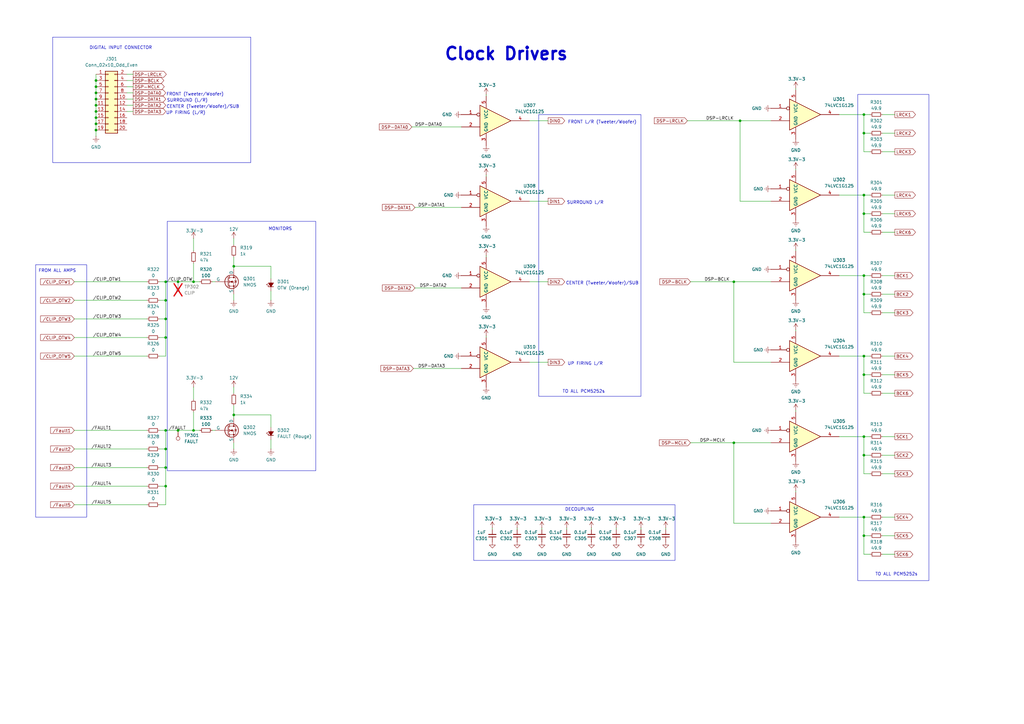
<source format=kicad_sch>
(kicad_sch (version 20250114) (generator "eeschema") (generator_version "9.0")
  (paper "A3")
  (title_block (title "Amplificateur Audio (Base Saine)") (date "2025-05-19") (rev "1.0") (company "NDG"))
  (lib_symbols
    (symbol "74xGxx:LVC1G125Ti"
      (property "Reference" "U" (at -10.16 7.62 0))
      (property "Value" "74LVC1G125" (at 2.54 -7.62 0))
      (symbol "LVC1G125Ti_1_1"
        (pin input inverted (at -15.24 2.54 0) (length 7.62) (name "~") (number "1"))
        (pin input line (at -15.24 -2.54 0) (length 7.62) (name "~") (number "2"))
        (pin power_in line (at -5.08 10.16 270) (length 5.08) (name "VCC") (number "5"))
        (pin power_in line (at -5.08 -10.16 90) (length 5.08) (name "GND") (number "3"))
        (pin tri_state line (at 12.7 0 180) (length 7.62) (name "~") (number "4"))
      )
    )
    (symbol "Connector:TestPoint" (pin_numbers (hide yes)) (pin_names (offset 0.762) (hide yes))
      (property "Reference" "TP" (at 0 6.858 0))
      (property "Value" "TestPoint" (at 0 5.08 0))
      (symbol "TestPoint_1_1"
        (pin passive line (at 0 0 90) (length 2.54) (name "1") (number "1"))
      )
    )
    (symbol "Connector_Generic:Conn_02x10_Odd_Even" (pin_names (offset 1.016) (hide yes))
      (property "Reference" "J" (at 1.27 12.7 0))
      (property "Value" "Conn_02x10_Odd_Even" (at 1.27 -15.24 0))
      (symbol "Conn_02x10_Odd_Even_1_1"
        (pin passive line (at -5.08 10.16 0) (length 3.81) (name "Pin_1") (number "1"))
        (pin passive line (at -5.08 7.62 0) (length 3.81) (name "Pin_3") (number "3"))
        (pin passive line (at -5.08 5.08 0) (length 3.81) (name "Pin_5") (number "5"))
        (pin passive line (at -5.08 2.54 0) (length 3.81) (name "Pin_7") (number "7"))
        (pin passive line (at -5.08 0 0) (length 3.81) (name "Pin_9") (number "9"))
        (pin passive line (at -5.08 -2.54 0) (length 3.81) (name "Pin_11") (number "11"))
        (pin passive line (at -5.08 -5.08 0) (length 3.81) (name "Pin_13") (number "13"))
        (pin passive line (at -5.08 -7.62 0) (length 3.81) (name "Pin_15") (number "15"))
        (pin passive line (at -5.08 -10.16 0) (length 3.81) (name "Pin_17") (number "17"))
        (pin passive line (at -5.08 -12.7 0) (length 3.81) (name "Pin_19") (number "19"))
        (pin passive line (at 7.62 10.16 180) (length 3.81) (name "Pin_2") (number "2"))
        (pin passive line (at 7.62 7.62 180) (length 3.81) (name "Pin_4") (number "4"))
        (pin passive line (at 7.62 5.08 180) (length 3.81) (name "Pin_6") (number "6"))
        (pin passive line (at 7.62 2.54 180) (length 3.81) (name "Pin_8") (number "8"))
        (pin passive line (at 7.62 0 180) (length 3.81) (name "Pin_10") (number "10"))
        (pin passive line (at 7.62 -2.54 180) (length 3.81) (name "Pin_12") (number "12"))
        (pin passive line (at 7.62 -5.08 180) (length 3.81) (name "Pin_14") (number "14"))
        (pin passive line (at 7.62 -7.62 180) (length 3.81) (name "Pin_16") (number "16"))
        (pin passive line (at 7.62 -10.16 180) (length 3.81) (name "Pin_18") (number "18"))
        (pin passive line (at 7.62 -12.7 180) (length 3.81) (name "Pin_20") (number "20"))
      )
    )
    (symbol "Device:C_Small" (pin_numbers (hide yes)) (pin_names (offset 0.254) (hide yes))
      (property "Reference" "C" (at 0.254 1.778 0))
      (property "Value" "C_Small" (at 0.254 -2.032 0))
      (symbol "C_Small_1_1"
        (pin passive line (at 0 2.54 270) (length 2.032) (name "~") (number "1"))
        (pin passive line (at 0 -2.54 90) (length 2.032) (name "~") (number "2"))
      )
    )
    (symbol "Device:LED_Small_Filled" (pin_numbers (hide yes)) (pin_names (offset 0.254) (hide yes))
      (property "Reference" "D" (at -1.27 3.175 0))
      (property "Value" "LED_Small_Filled" (at -4.445 -2.54 0))
      (symbol "LED_Small_Filled_1_1"
        (pin passive line (at -2.54 0 0) (length 1.778) (name "K") (number "1"))
        (pin passive line (at 2.54 0 180) (length 1.778) (name "A") (number "2"))
      )
    )
    (symbol "Device:R_Small" (pin_numbers (hide yes)) (pin_names (offset 0.254) (hide yes))
      (property "Reference" "R" (at 0.762 0.508 0))
      (property "Value" "R_Small" (at 0.762 -1.016 0))
      (symbol "R_Small_1_1"
        (pin passive line (at 0 2.54 270) (length 0.762) (name "~") (number "1"))
        (pin passive line (at 0 -2.54 90) (length 0.762) (name "~") (number "2"))
      )
    )
    (symbol "Simulation_SPICE:NMOS" (pin_numbers (hide yes)) (pin_names (offset 0))
      (property "Reference" "Q" (at 5.08 1.27 0))
      (property "Value" "NMOS" (at 5.08 -1.27 0))
      (symbol "NMOS_1_1"
        (pin input line (at -5.08 0 0) (length 2.54) (name "G") (number "2"))
        (pin passive line (at 2.54 5.08 270) (length 2.54) (name "D") (number "1"))
        (pin passive line (at 2.54 -5.08 90) (length 2.54) (name "S") (number "3"))
      )
    )
    (symbol "power:+12V" (power) (pin_numbers (hide yes)) (pin_names (offset 0) (hide yes))
      (property "Value" "+12V" (at 0 3.556 0))
      (symbol "+12V_1_1"
        (pin power_in line (at 0 0 90) (length 0) (name "~") (number "1"))
      )
    )
    (symbol "power:+3V3" (power) (pin_numbers (hide yes)) (pin_names (offset 0) (hide yes))
      (property "Value" "+3V3" (at 0 3.556 0))
      (symbol "+3V3_1_1"
        (pin power_in line (at 0 0 90) (length 0) (name "~") (number "1"))
      )
    )
    (symbol "power:Earth" (power) (pin_numbers (hide yes)) (pin_names (offset 0) (hide yes))
      (property "Value" "Earth" (at 0 -3.81 0))
      (symbol "Earth_1_1"
        (pin power_in line (at 0 0 270) (length 0) (name "~") (number "1"))
      )
    )
    (symbol "power:GND" (power) (pin_numbers (hide yes)) (pin_names (offset 0) (hide yes))
      (property "Value" "GND" (at 0 -3.81 0))
      (symbol "GND_1_1"
        (pin power_in line (at 0 0 270) (length 0) (name "~") (number "1"))
      )
    )
  )
  (rectangle (start 14.605 108.585) (end 35.56 212.09))
  (rectangle (start 21.59 15.24) (end 102.87 66.675))
  (rectangle (start 194.31 207.01) (end 276.86 229.87))
  (rectangle (start 68.58 90.805) (end 129.54 193.04))
  (rectangle (start 351.79 38.735) (end 381 238.125))
  (rectangle (start 220.98 46.99) (end 262.89 162.56))
  (text "FRONT (Tweeter/Woofer)" (at 80.01 38.735 0) (effects (font (size 1.27 1.27))))
  (text "FRONT L/R (Tweeter/Woofer)" (at 247.015 50.165 0) (effects (font (size 1.27 1.27))))
  (text "SURROUND (L/R)\n" (at 76.835 41.275 0) (effects (font (size 1.27 1.27))))
  (text "TO ALL PCM5252s\n" (at 239.395 160.655 0) (effects (font (size 1.27 1.27))))
  (text "Clock Drivers\n" (at 207.645 22.225 0) (effects (font (size 5 5) (thickness 1) (bold yes))))
  (text "MONITORS" (at 114.935 93.98 0) (effects (font (size 1.27 1.27))))
  (text "UP FIRING L/R\n" (at 240.03 149.225 0) (effects (font (size 1.27 1.27))))
  (text "CENTER (Tweeter/Woofer)/SUB\n" (at 83.185 43.815 0) (effects (font (size 1.27 1.27))))
  (text "TO ALL PCM5252s\n" (at 367.665 235.585 0) (effects (font (size 1.27 1.27))))
  (text "SURROUND L/R\n" (at 240.03 83.185 0) (effects (font (size 1.27 1.27))))
  (text "FROM ALL AMPS" (at 23.495 111.125 0) (effects (font (size 1.27 1.27))))
  (text "DIGITAL INPUT CONNECTOR\n" (at 49.53 19.685 0) (effects (font (size 1.27 1.27))))
  (text "CENTER (Tweeter/Woofer)/SUB\n" (at 247.015 116.205 0) (effects (font (size 1.27 1.27))))
  (text "UP FIRING (L/R)\n" (at 76.2 46.355 0) (effects (font (size 1.27 1.27))))
  (text "DECOUPLING\n" (at 237.744 209.042 0) (effects (font (size 1.27 1.27))))
  (junction (at 354.33 113.03))
  (junction (at 354.33 219.71))
  (junction (at 67.945 115.57))
  (junction (at 39.37 40.64))
  (junction (at 39.37 53.34))
  (junction (at 39.37 43.18))
  (junction (at 354.33 87.63))
  (junction (at 300.99 181.61))
  (junction (at 67.945 191.77))
  (junction (at 39.37 45.72))
  (junction (at 67.945 130.81))
  (junction (at 300.99 115.57))
  (junction (at 73.025 176.53))
  (junction (at 354.33 186.69))
  (junction (at 354.33 179.07))
  (junction (at 303.53 49.53))
  (junction (at 354.33 46.99))
  (junction (at 39.37 48.26))
  (junction (at 39.37 33.02))
  (junction (at 39.37 38.1))
  (junction (at 39.37 50.8))
  (junction (at 354.33 54.61))
  (junction (at 95.885 170.18))
  (junction (at 354.33 212.09))
  (junction (at 354.33 146.05))
  (junction (at 73.025 115.57))
  (junction (at 67.945 184.15))
  (junction (at 67.945 199.39))
  (junction (at 354.33 153.67))
  (junction (at 354.33 80.01))
  (junction (at 95.885 109.22))
  (junction (at 39.37 35.56))
  (junction (at 354.33 120.65))
  (junction (at 67.945 138.43))
  (junction (at 79.375 115.57))
  (junction (at 79.375 176.53))
  (junction (at 67.945 123.19))
  (junction (at 67.945 176.53))
  (wire (pts (xy 65.405 176.53) (xy 67.945 176.53)))
  (wire (pts (xy 354.33 194.31) (xy 354.33 186.69)))
  (wire (pts (xy 361.95 227.33) (xy 367.03 227.33)))
  (wire (pts (xy 326.39 135.255) (xy 326.39 135.89)))
  (wire (pts (xy 344.17 80.01) (xy 354.33 80.01)))
  (wire (pts (xy 39.37 33.02) (xy 39.37 35.56)))
  (wire (pts (xy 111.125 170.18) (xy 95.885 170.18)))
  (wire (pts (xy 86.995 115.57) (xy 88.265 115.57)))
  (wire (pts (xy 356.87 179.07) (xy 354.33 179.07)))
  (wire (pts (xy 54.61 45.72) (xy 52.07 45.72)))
  (wire (pts (xy 361.95 179.07) (xy 367.03 179.07)))
  (wire (pts (xy 300.99 115.57) (xy 300.99 148.59)))
  (wire (pts (xy 79.375 168.91) (xy 79.375 176.53)))
  (wire (pts (xy 344.17 146.05) (xy 354.33 146.05)))
  (wire (pts (xy 326.39 102.235) (xy 326.39 102.87)))
  (wire (pts (xy 65.405 199.39) (xy 67.945 199.39)))
  (wire (pts (xy 95.885 170.18) (xy 95.885 171.45)))
  (wire (pts (xy 73.025 115.57) (xy 79.375 115.57)))
  (wire (pts (xy 65.405 146.05) (xy 67.945 146.05)))
  (wire (pts (xy 65.405 191.77) (xy 67.945 191.77)))
  (wire (pts (xy 54.61 40.64) (xy 52.07 40.64)))
  (wire (pts (xy 39.37 50.8) (xy 39.37 53.34)))
  (wire (pts (xy 361.95 161.29) (xy 367.03 161.29)))
  (wire (pts (xy 252.73 216.535) (xy 252.73 217.17)))
  (wire (pts (xy 65.405 184.15) (xy 67.945 184.15)))
  (wire (pts (xy 354.33 62.23) (xy 354.33 54.61)))
  (wire (pts (xy 356.87 46.99) (xy 354.33 46.99)))
  (wire (pts (xy 354.33 80.01) (xy 354.33 87.63)))
  (wire (pts (xy 95.885 158.75) (xy 95.885 161.29)))
  (wire (pts (xy 73.025 176.53) (xy 79.375 176.53)))
  (wire (pts (xy 30.48 176.53) (xy 60.325 176.53)))
  (wire (pts (xy 30.48 184.15) (xy 60.325 184.15)))
  (wire (pts (xy 95.885 166.37) (xy 95.885 170.18)))
  (wire (pts (xy 356.87 113.03) (xy 354.33 113.03)))
  (wire (pts (xy 356.87 212.09) (xy 354.33 212.09)))
  (wire (pts (xy 361.95 62.23) (xy 367.03 62.23)))
  (wire (pts (xy 95.885 181.61) (xy 95.885 184.15)))
  (wire (pts (xy 316.23 181.61) (xy 300.99 181.61)))
  (wire (pts (xy 361.95 87.63) (xy 367.03 87.63)))
  (wire (pts (xy 356.87 161.29) (xy 354.33 161.29)))
  (wire (pts (xy 326.39 168.275) (xy 326.39 168.91)))
  (wire (pts (xy 54.61 35.56) (xy 52.07 35.56)))
  (wire (pts (xy 300.99 214.63) (xy 316.23 214.63)))
  (wire (pts (xy 232.41 216.535) (xy 232.41 217.17)))
  (wire (pts (xy 111.125 175.26) (xy 111.125 170.18)))
  (wire (pts (xy 217.17 148.59) (xy 224.79 148.59)))
  (wire (pts (xy 79.375 158.75) (xy 79.375 163.83)))
  (wire (pts (xy 65.405 207.01) (xy 67.945 207.01)))
  (wire (pts (xy 39.37 40.64) (xy 39.37 43.18)))
  (wire (pts (xy 95.885 97.79) (xy 95.885 100.33)))
  (wire (pts (xy 212.09 216.535) (xy 212.09 217.17)))
  (wire (pts (xy 111.125 180.34) (xy 111.125 184.15)))
  (wire (pts (xy 199.39 71.755) (xy 199.39 72.39)))
  (wire (pts (xy 344.17 113.03) (xy 354.33 113.03)))
  (wire (pts (xy 356.87 95.25) (xy 354.33 95.25)))
  (wire (pts (xy 170.18 85.09) (xy 189.23 85.09)))
  (wire (pts (xy 354.33 46.99) (xy 354.33 54.61)))
  (wire (pts (xy 344.17 212.09) (xy 354.33 212.09)))
  (wire (pts (xy 283.21 115.57) (xy 300.99 115.57)))
  (wire (pts (xy 79.375 176.53) (xy 81.915 176.53)))
  (wire (pts (xy 67.945 146.05) (xy 67.945 138.43)))
  (wire (pts (xy 283.21 181.61) (xy 300.99 181.61)))
  (wire (pts (xy 217.17 49.53) (xy 224.79 49.53)))
  (wire (pts (xy 67.945 115.57) (xy 67.945 123.19)))
  (wire (pts (xy 361.95 153.67) (xy 367.03 153.67)))
  (wire (pts (xy 111.125 114.3) (xy 111.125 109.22)))
  (wire (pts (xy 65.405 130.81) (xy 67.945 130.81)))
  (wire (pts (xy 356.87 153.67) (xy 354.33 153.67)))
  (wire (pts (xy 95.885 109.22) (xy 95.885 110.49)))
  (wire (pts (xy 111.125 109.22) (xy 95.885 109.22)))
  (wire (pts (xy 30.48 115.57) (xy 60.325 115.57)))
  (wire (pts (xy 354.33 113.03) (xy 354.33 120.65)))
  (wire (pts (xy 54.61 43.18) (xy 52.07 43.18)))
  (wire (pts (xy 356.87 227.33) (xy 354.33 227.33)))
  (wire (pts (xy 361.95 113.03) (xy 367.03 113.03)))
  (wire (pts (xy 354.33 227.33) (xy 354.33 219.71)))
  (wire (pts (xy 67.945 176.53) (xy 67.945 184.15)))
  (wire (pts (xy 356.87 80.01) (xy 354.33 80.01)))
  (wire (pts (xy 39.37 38.1) (xy 39.37 40.64)))
  (wire (pts (xy 30.48 123.19) (xy 60.325 123.19)))
  (wire (pts (xy 344.17 46.99) (xy 354.33 46.99)))
  (wire (pts (xy 169.545 151.13) (xy 189.23 151.13)))
  (wire (pts (xy 67.945 207.01) (xy 67.945 199.39)))
  (wire (pts (xy 356.87 120.65) (xy 354.33 120.65)))
  (wire (pts (xy 316.23 49.53) (xy 303.53 49.53)))
  (wire (pts (xy 65.405 138.43) (xy 67.945 138.43)))
  (wire (pts (xy 67.945 115.57) (xy 73.025 115.57)))
  (wire (pts (xy 199.39 38.735) (xy 199.39 39.37)))
  (wire (pts (xy 361.95 219.71) (xy 367.03 219.71)))
  (wire (pts (xy 356.87 194.31) (xy 354.33 194.31)))
  (wire (pts (xy 65.405 115.57) (xy 67.945 115.57)))
  (wire (pts (xy 356.87 62.23) (xy 354.33 62.23)))
  (wire (pts (xy 354.33 179.07) (xy 354.33 186.69)))
  (wire (pts (xy 356.87 87.63) (xy 354.33 87.63)))
  (wire (pts (xy 354.33 212.09) (xy 354.33 219.71)))
  (wire (pts (xy 354.33 146.05) (xy 354.33 153.67)))
  (wire (pts (xy 30.48 207.01) (xy 60.325 207.01)))
  (wire (pts (xy 354.33 95.25) (xy 354.33 87.63)))
  (wire (pts (xy 67.945 191.77) (xy 67.945 199.39)))
  (wire (pts (xy 79.375 115.57) (xy 81.915 115.57)))
  (wire (pts (xy 326.39 36.195) (xy 326.39 36.83)))
  (wire (pts (xy 361.95 54.61) (xy 367.03 54.61)))
  (wire (pts (xy 356.87 128.27) (xy 354.33 128.27)))
  (wire (pts (xy 170.18 118.11) (xy 189.23 118.11)))
  (wire (pts (xy 30.48 146.05) (xy 60.325 146.05)))
  (wire (pts (xy 95.885 105.41) (xy 95.885 109.22)))
  (wire (pts (xy 300.99 181.61) (xy 300.99 214.63)))
  (wire (pts (xy 356.87 146.05) (xy 354.33 146.05)))
  (wire (pts (xy 217.17 82.55) (xy 224.79 82.55)))
  (wire (pts (xy 300.99 148.59) (xy 316.23 148.59)))
  (wire (pts (xy 273.05 216.535) (xy 273.05 217.17)))
  (wire (pts (xy 54.61 30.48) (xy 52.07 30.48)))
  (wire (pts (xy 67.945 130.81) (xy 67.945 138.43)))
  (wire (pts (xy 316.23 115.57) (xy 300.99 115.57)))
  (wire (pts (xy 54.61 38.1) (xy 52.07 38.1)))
  (wire (pts (xy 242.57 216.535) (xy 242.57 217.17)))
  (wire (pts (xy 79.375 97.79) (xy 79.375 102.87)))
  (wire (pts (xy 67.945 123.19) (xy 67.945 130.81)))
  (wire (pts (xy 361.95 146.05) (xy 367.03 146.05)))
  (wire (pts (xy 361.95 128.27) (xy 367.03 128.27)))
  (wire (pts (xy 361.95 194.31) (xy 367.03 194.31)))
  (wire (pts (xy 86.995 176.53) (xy 88.265 176.53)))
  (wire (pts (xy 39.37 48.26) (xy 39.37 50.8)))
  (wire (pts (xy 39.37 43.18) (xy 39.37 45.72)))
  (wire (pts (xy 303.53 82.55) (xy 316.23 82.55)))
  (wire (pts (xy 199.39 104.775) (xy 199.39 105.41)))
  (wire (pts (xy 111.125 119.38) (xy 111.125 123.19)))
  (wire (pts (xy 356.87 186.69) (xy 354.33 186.69)))
  (wire (pts (xy 344.17 179.07) (xy 354.33 179.07)))
  (wire (pts (xy 54.61 33.02) (xy 52.07 33.02)))
  (wire (pts (xy 199.39 137.795) (xy 199.39 138.43)))
  (wire (pts (xy 354.33 128.27) (xy 354.33 120.65)))
  (wire (pts (xy 39.37 45.72) (xy 39.37 48.26)))
  (wire (pts (xy 326.39 69.215) (xy 326.39 69.85)))
  (wire (pts (xy 281.94 49.53) (xy 303.53 49.53)))
  (wire (pts (xy 361.95 212.09) (xy 367.03 212.09)))
  (wire (pts (xy 79.375 107.95) (xy 79.375 115.57)))
  (wire (pts (xy 303.53 49.53) (xy 303.53 82.55)))
  (wire (pts (xy 30.48 130.81) (xy 60.325 130.81)))
  (wire (pts (xy 222.25 216.535) (xy 222.25 217.17)))
  (wire (pts (xy 39.37 30.48) (xy 39.37 33.02)))
  (wire (pts (xy 361.95 95.25) (xy 367.03 95.25)))
  (wire (pts (xy 361.95 186.69) (xy 367.03 186.69)))
  (wire (pts (xy 39.37 35.56) (xy 39.37 38.1)))
  (wire (pts (xy 67.945 184.15) (xy 67.945 191.77)))
  (wire (pts (xy 30.48 199.39) (xy 60.325 199.39)))
  (wire (pts (xy 168.91 52.07) (xy 189.23 52.07)))
  (wire (pts (xy 354.33 161.29) (xy 354.33 153.67)))
  (wire (pts (xy 356.87 219.71) (xy 354.33 219.71)))
  (wire (pts (xy 262.89 216.535) (xy 262.89 217.17)))
  (wire (pts (xy 361.95 120.65) (xy 367.03 120.65)))
  (wire (pts (xy 361.95 46.99) (xy 367.03 46.99)))
  (wire (pts (xy 361.95 80.01) (xy 367.03 80.01)))
  (wire (pts (xy 201.93 216.535) (xy 201.93 217.17)))
  (wire (pts (xy 30.48 138.43) (xy 60.325 138.43)))
  (wire (pts (xy 326.39 201.295) (xy 326.39 201.93)))
  (wire (pts (xy 95.885 120.65) (xy 95.885 123.19)))
  (wire (pts (xy 65.405 123.19) (xy 67.945 123.19)))
  (wire (pts (xy 356.87 54.61) (xy 354.33 54.61)))
  (wire (pts (xy 30.48 191.77) (xy 60.325 191.77)))
  (wire (pts (xy 67.945 176.53) (xy 73.025 176.53)))
  (wire (pts (xy 39.37 53.34) (xy 39.37 55.88)))
  (wire (pts (xy 217.17 115.57) (xy 224.79 115.57)))
  (label "{slash}FAULT4" (at 37.465 199.39 0))
  (label "DSP-DATA0" (at 170.18 52.07 0))
  (label "{slash}FAULT1" (at 37.465 176.53 0))
  (label "DSP-LRCLK" (at 289.56 49.53 0))
  (label "{slash}CLIP_OTW1" (at 38.1 115.57 0))
  (label "DSP-BCLK" (at 288.925 115.57 0))
  (label "{slash}CLIP_OTW3" (at 38.1 130.81 0))
  (label "{slash}CLIP_OTW5" (at 38.1 146.05 0))
  (label "DSP-DATA2" (at 172.085 118.11 0))
  (label "DSP-DATA1" (at 171.45 85.09 0))
  (label "{slash}CLIP_OTW4" (at 38.1 138.43 0))
  (label "DSP-MCLK" (at 287.02 181.61 0))
  (label "{slash}CLIP_OTW" (at 68.58 115.57 0))
  (label "{slash}FAULT" (at 69.215 176.53 0))
  (label "{slash}FAULT5" (at 37.465 207.01 0))
  (label "{slash}FAULT3" (at 37.465 191.77 0))
  (label "{slash}CLIP_OTW2" (at 38.1 123.19 0))
  (label "DSP-DATA3" (at 171.45 151.13 0))
  (label "{slash}FAULT2" (at 37.465 184.15 0))
  (global_label "DSP-LRCLK" (shape input) (at 281.94 49.53 180) (property "Intersheetrefs" "${INTERSHEET_REFS}" (effects (hide yes))))
  (global_label "DSP-DATA3" (shape output) (at 54.61 45.72 0) (property "Intersheetrefs" "${INTERSHEET_REFS}" (effects (hide yes))))
  (global_label "DIN3" (shape output) (at 224.79 148.59 0) (property "Intersheetrefs" "${INTERSHEET_REFS}" (effects (hide yes))))
  (global_label "{slash}CLIP_OTW2" (shape input) (at 30.48 123.19 180) (property "Intersheetrefs" "${INTERSHEET_REFS}" (effects (hide yes))))
  (global_label "BCK6" (shape output) (at 367.03 161.29 0) (property "Intersheetrefs" "${INTERSHEET_REFS}" (effects (hide yes))))
  (global_label "DSP-DATA2" (shape output) (at 54.61 43.18 0) (property "Intersheetrefs" "${INTERSHEET_REFS}" (effects (hide yes))))
  (global_label "SCK4" (shape output) (at 367.03 212.09 0) (property "Intersheetrefs" "${INTERSHEET_REFS}" (effects (hide yes))))
  (global_label "{slash}CLIP_OTW4" (shape input) (at 30.48 138.43 180) (property "Intersheetrefs" "${INTERSHEET_REFS}" (effects (hide yes))))
  (global_label "LRCK3" (shape output) (at 367.03 62.23 0) (property "Intersheetrefs" "${INTERSHEET_REFS}" (effects (hide yes))))
  (global_label "DIN2" (shape output) (at 224.79 115.57 0) (property "Intersheetrefs" "${INTERSHEET_REFS}" (effects (hide yes))))
  (global_label "DSP-LRCLK" (shape output) (at 54.61 30.48 0) (property "Intersheetrefs" "${INTERSHEET_REFS}" (effects (hide yes))))
  (global_label "DSP-MCLK" (shape output) (at 54.61 35.56 0) (property "Intersheetrefs" "${INTERSHEET_REFS}" (effects (hide yes))))
  (global_label "LRCK1" (shape output) (at 367.03 46.99 0) (property "Intersheetrefs" "${INTERSHEET_REFS}" (effects (hide yes))))
  (global_label "BCK1" (shape output) (at 367.03 113.03 0) (property "Intersheetrefs" "${INTERSHEET_REFS}" (effects (hide yes))))
  (global_label "BCK3" (shape output) (at 367.03 128.27 0) (property "Intersheetrefs" "${INTERSHEET_REFS}" (effects (hide yes))))
  (global_label "DSP-DATA1" (shape output) (at 54.61 40.64 0) (property "Intersheetrefs" "${INTERSHEET_REFS}" (effects (hide yes))))
  (global_label "BCK4" (shape output) (at 367.03 146.05 0) (property "Intersheetrefs" "${INTERSHEET_REFS}" (effects (hide yes))))
  (global_label "{slash}CLIP_OTW1" (shape input) (at 30.48 115.57 180) (property "Intersheetrefs" "${INTERSHEET_REFS}" (effects (hide yes))))
  (global_label "BCK2" (shape output) (at 367.03 120.65 0) (property "Intersheetrefs" "${INTERSHEET_REFS}" (effects (hide yes))))
  (global_label "LRCK2" (shape output) (at 367.03 54.61 0) (property "Intersheetrefs" "${INTERSHEET_REFS}" (effects (hide yes))))
  (global_label "SCK2" (shape output) (at 367.03 186.69 0) (property "Intersheetrefs" "${INTERSHEET_REFS}" (effects (hide yes))))
  (global_label "LRCK5" (shape output) (at 367.03 87.63 0) (property "Intersheetrefs" "${INTERSHEET_REFS}" (effects (hide yes))))
  (global_label "DSP-BCLK" (shape input) (at 283.21 115.57 180) (property "Intersheetrefs" "${INTERSHEET_REFS}" (effects (hide yes))))
  (global_label "SCK1" (shape output) (at 367.03 179.07 0) (property "Intersheetrefs" "${INTERSHEET_REFS}" (effects (hide yes))))
  (global_label "DIN1" (shape output) (at 224.79 82.55 0) (property "Intersheetrefs" "${INTERSHEET_REFS}" (effects (hide yes))))
  (global_label "DSP-MCLK" (shape input) (at 283.21 181.61 180) (property "Intersheetrefs" "${INTERSHEET_REFS}" (effects (hide yes))))
  (global_label "{slash}Fault3" (shape input) (at 30.48 191.77 180) (property "Intersheetrefs" "${INTERSHEET_REFS}" (effects (hide yes))))
  (global_label "DSP-DATA0" (shape input) (at 168.91 52.07 180) (property "Intersheetrefs" "${INTERSHEET_REFS}" (effects (hide yes))))
  (global_label "{slash}Fault5" (shape input) (at 30.48 207.01 180) (property "Intersheetrefs" "${INTERSHEET_REFS}" (effects (hide yes))))
  (global_label "{slash}CLIP_OTW3" (shape input) (at 30.48 130.81 180) (property "Intersheetrefs" "${INTERSHEET_REFS}" (effects (hide yes))))
  (global_label "{slash}Fault4" (shape input) (at 30.48 199.39 180) (property "Intersheetrefs" "${INTERSHEET_REFS}" (effects (hide yes))))
  (global_label "{slash}CLIP_OTW5" (shape input) (at 30.48 146.05 180) (property "Intersheetrefs" "${INTERSHEET_REFS}" (effects (hide yes))))
  (global_label "SCK5" (shape output) (at 367.03 219.71 0) (property "Intersheetrefs" "${INTERSHEET_REFS}" (effects (hide yes))))
  (global_label "DSP-BCLK" (shape output) (at 54.61 33.02 0) (property "Intersheetrefs" "${INTERSHEET_REFS}" (effects (hide yes))))
  (global_label "SCK6" (shape output) (at 367.03 227.33 0) (property "Intersheetrefs" "${INTERSHEET_REFS}" (effects (hide yes))))
  (global_label "{slash}Fault1" (shape input) (at 30.48 176.53 180) (property "Intersheetrefs" "${INTERSHEET_REFS}" (effects (hide yes))))
  (global_label "BCK5" (shape output) (at 367.03 153.67 0) (property "Intersheetrefs" "${INTERSHEET_REFS}" (effects (hide yes))))
  (global_label "SCK3" (shape output) (at 367.03 194.31 0) (property "Intersheetrefs" "${INTERSHEET_REFS}" (effects (hide yes))))
  (global_label "LRCK6" (shape output) (at 367.03 95.25 0) (property "Intersheetrefs" "${INTERSHEET_REFS}" (effects (hide yes))))
  (global_label "DSP-DATA1" (shape input) (at 170.18 85.09 180) (property "Intersheetrefs" "${INTERSHEET_REFS}" (effects (hide yes))))
  (global_label "{slash}Fault2" (shape input) (at 30.48 184.15 180) (property "Intersheetrefs" "${INTERSHEET_REFS}" (effects (hide yes))))
  (global_label "LRCK4" (shape output) (at 367.03 80.01 0) (property "Intersheetrefs" "${INTERSHEET_REFS}" (effects (hide yes))))
  (global_label "DIN0" (shape output) (at 224.79 49.53 0) (property "Intersheetrefs" "${INTERSHEET_REFS}" (effects (hide yes))))
  (global_label "DSP-DATA0" (shape output) (at 54.61 38.1 0) (property "Intersheetrefs" "${INTERSHEET_REFS}" (effects (hide yes))))
  (global_label "DSP-DATA2" (shape input) (at 170.18 118.11 180) (property "Intersheetrefs" "${INTERSHEET_REFS}" (effects (hide yes))))
  (global_label "DSP-DATA3" (shape input) (at 169.545 151.13 180) (property "Intersheetrefs" "${INTERSHEET_REFS}" (effects (hide yes))))
  (symbol (lib_id "Device:R_Small") (at 62.865 199.39 270) (unit 1)
    (property "Reference" "R330" (at 62.865 194.31 90))
    (property "Value" "0" (at 62.865 196.85 90))
    (property "Description" "Resistor, small symbol" (effects (hide yes)))
  )
  (symbol (lib_id "Device:C_Small") (at 201.93 219.71 180) (unit 1)
    (property "Reference" "C301" (at 197.485 220.853 0))
    (property "Value" "1uF" (at 197.485 218.313 0))
    (property "Description" "Unpolarized capacitor, small symbol" (effects (hide yes)))
  )
  (symbol (lib_id "power:+3V3") (at 273.05 216.535 0) (unit 1)
    (property "Reference" "#PWR0345" (effects (hide yes)))
    (property "Value" "3.3V-3" (at 269.875 212.725 0) (effects (justify left)))
    (property "Description" "Power symbol creates a global label with name \"+3V3\"" (effects (hide yes)))
  )
  (symbol (lib_id "Device:R_Small") (at 95.885 163.83 180) (unit 1)
    (property "Reference" "R334" (at 98.425 162.5599 0) (effects (justify right)))
    (property "Value" "1k" (at 98.425 165.0999 0) (effects (justify right)))
    (property "Description" "Resistor, small symbol" (effects (hide yes)))
  )
  (symbol (lib_id "Device:C_Small") (at 273.05 219.71 180) (unit 1)
    (property "Reference" "C308" (at 268.605 220.853 0))
    (property "Value" "0.1uF" (at 268.605 218.313 0))
    (property "Description" "Unpolarized capacitor, small symbol" (effects (hide yes)))
  )
  (symbol (lib_id "Device:R_Small") (at 359.41 227.33 90) (unit 1)
    (property "Reference" "R318" (at 359.41 222.25 90))
    (property "Value" "49.9" (at 359.41 224.79 90))
    (property "Description" "Resistor, small symbol" (effects (hide yes)))
  )
  (symbol (lib_id "power:+3V3") (at 79.375 158.75 0) (unit 1)
    (property "Reference" "#PWR0352" (effects (hide yes)))
    (property "Value" "3.3V-3" (at 76.2 154.94 0) (effects (justify left)))
    (property "Description" "Power symbol creates a global label with name \"+3V3\"" (effects (hide yes)))
  )
  (symbol (lib_id "Device:R_Small") (at 359.41 161.29 90) (unit 1)
    (property "Reference" "R312" (at 359.41 156.21 90))
    (property "Value" "49.9" (at 359.41 158.75 90))
    (property "Description" "Resistor, small symbol" (effects (hide yes)))
  )
  (symbol (lib_id "Device:R_Small") (at 359.41 194.31 90) (unit 1)
    (property "Reference" "R315" (at 359.41 189.23 90))
    (property "Value" "49.9" (at 359.41 191.77 90))
    (property "Description" "Resistor, small symbol" (effects (hide yes)))
  )
  (symbol (lib_id "74xGxx:LVC1G125Ti") (at 204.47 49.53 0) (unit 1)
    (property "Reference" "U307" (at 217.17 43.2114 0))
    (property "Value" "74LVC1G125" (at 217.17 45.7514 0))
    (property "Datasheet" "https://www.ti.com/lit/ds/symlink/sn74lvc1g125.pdf" (effects (hide yes)))
    (property "Description" "Single Buffer Gate Tri-State, Low-Voltage CMOS" (effects (hide yes)))
  )
  (symbol (lib_id "power:GND") (at 222.25 222.25 0) (unit 1)
    (property "Reference" "#PWR0336" (effects (hide yes)))
    (property "Value" "GND" (at 222.25 227.33 0))
    (property "Description" "Power symbol creates a global label with name \"GND\" , ground" (effects (hide yes)))
  )
  (symbol (lib_id "power:+3V3") (at 326.39 201.295 0) (unit 1)
    (property "Reference" "#PWR0365" (effects (hide yes)))
    (property "Value" "3.3V-3" (at 323.215 197.485 0) (effects (justify left)))
    (property "Description" "Power symbol creates a global label with name \"+3V3\"" (effects (hide yes)))
  )
  (symbol (lib_id "power:GND") (at 201.93 222.25 0) (unit 1)
    (property "Reference" "#PWR0332" (effects (hide yes)))
    (property "Value" "GND" (at 201.93 227.33 0))
    (property "Description" "Power symbol creates a global label with name \"GND\" , ground" (effects (hide yes)))
  )
  (symbol (lib_id "Device:R_Small") (at 359.41 179.07 90) (unit 1)
    (property "Reference" "R313" (at 359.41 173.99 90))
    (property "Value" "49.9" (at 359.41 176.53 90))
    (property "Description" "Resistor, small symbol" (effects (hide yes)))
  )
  (symbol (lib_id "power:Earth") (at 326.39 57.15 0) (unit 1)
    (property "Reference" "#PWR0815" (effects (hide yes)))
    (property "Value" "GND" (at 326.39 61.595 0))
    (property "Description" "Power symbol creates a global label with name \"Earth\"" (effects (hide yes)))
  )
  (symbol (lib_id "power:+3V3") (at 199.39 104.775 0) (unit 1)
    (property "Reference" "#PWR0358" (effects (hide yes)))
    (property "Value" "3.3V-3" (at 196.215 100.965 0) (effects (justify left)))
    (property "Description" "Power symbol creates a global label with name \"+3V3\"" (effects (hide yes)))
  )
  (symbol (lib_id "Device:R_Small") (at 359.41 113.03 90) (unit 1)
    (property "Reference" "R307" (at 359.41 107.95 90))
    (property "Value" "49.9" (at 359.41 110.49 90))
    (property "Description" "Resistor, small symbol" (effects (hide yes)))
  )
  (symbol (lib_id "Device:R_Small") (at 359.41 95.25 90) (unit 1)
    (property "Reference" "R306" (at 359.41 90.17 90))
    (property "Value" "49.9" (at 359.41 92.71 90))
    (property "Description" "Resistor, small symbol" (effects (hide yes)))
  )
  (symbol (lib_id "Device:R_Small") (at 359.41 87.63 90) (unit 1)
    (property "Reference" "R305" (at 359.41 82.55 90))
    (property "Value" "49.9" (at 359.41 85.09 90))
    (property "Description" "Resistor, small symbol" (effects (hide yes)))
  )
  (symbol (lib_id "Device:R_Small") (at 62.865 176.53 270) (unit 1)
    (property "Reference" "R327" (at 62.865 171.45 90))
    (property "Value" "0" (at 62.865 173.99 90))
    (property "Description" "Resistor, small symbol" (effects (hide yes)))
  )
  (symbol (lib_id "power:Earth") (at 189.23 113.03 270) (unit 1)
    (property "Reference" "#PWR0803" (effects (hide yes)))
    (property "Value" "GND" (at 185.42 113.0299 90) (effects (justify right)))
    (property "Description" "Power symbol creates a global label with name \"Earth\"" (effects (hide yes)))
  )
  (symbol (lib_id "Device:R_Small") (at 359.41 80.01 90) (unit 1)
    (property "Reference" "R304" (at 359.41 74.93 90))
    (property "Value" "49.9" (at 359.41 77.47 90))
    (property "Description" "Resistor, small symbol" (effects (hide yes)))
  )
  (symbol (lib_id "Device:R_Small") (at 359.41 120.65 90) (unit 1)
    (property "Reference" "R308" (at 359.41 115.57 90))
    (property "Value" "49.9" (at 359.41 118.11 90))
    (property "Description" "Resistor, small symbol" (effects (hide yes)))
  )
  (symbol (lib_id "power:Earth") (at 316.23 44.45 270) (unit 1)
    (property "Reference" "#PWR0805" (effects (hide yes)))
    (property "Value" "GND" (at 312.42 44.4499 90) (effects (justify right)))
    (property "Description" "Power symbol creates a global label with name \"Earth\"" (effects (hide yes)))
  )
  (symbol (lib_id "Device:C_Small") (at 252.73 219.71 180) (unit 1)
    (property "Reference" "C306" (at 248.285 220.853 0))
    (property "Value" "0.1uF" (at 248.285 218.313 0))
    (property "Description" "Unpolarized capacitor, small symbol" (effects (hide yes)))
  )
  (symbol (lib_id "power:+3V3") (at 326.39 168.275 0) (unit 1)
    (property "Reference" "#PWR0364" (effects (hide yes)))
    (property "Value" "3.3V-3" (at 323.215 164.465 0) (effects (justify left)))
    (property "Description" "Power symbol creates a global label with name \"+3V3\"" (effects (hide yes)))
  )
  (symbol (lib_id "power:Earth") (at 316.23 176.53 270) (unit 1)
    (property "Reference" "#PWR0809" (effects (hide yes)))
    (property "Value" "GND" (at 312.42 176.5299 90) (effects (justify right)))
    (property "Description" "Power symbol creates a global label with name \"Earth\"" (effects (hide yes)))
  )
  (symbol (lib_id "power:+3V3") (at 201.93 216.535 0) (unit 1)
    (property "Reference" "#PWR0331" (effects (hide yes)))
    (property "Value" "3.3V-3" (at 198.755 212.725 0) (effects (justify left)))
    (property "Description" "Power symbol creates a global label with name \"+3V3\"" (effects (hide yes)))
  )
  (symbol (lib_id "Device:R_Small") (at 359.41 128.27 90) (unit 1)
    (property "Reference" "R309" (at 359.41 123.19 90))
    (property "Value" "49.9" (at 359.41 125.73 90))
    (property "Description" "Resistor, small symbol" (effects (hide yes)))
  )
  (symbol (lib_id "power:GND") (at 232.41 222.25 0) (unit 1)
    (property "Reference" "#PWR0338" (effects (hide yes)))
    (property "Value" "GND" (at 232.41 227.33 0))
    (property "Description" "Power symbol creates a global label with name \"GND\" , ground" (effects (hide yes)))
  )
  (symbol (lib_id "power:Earth") (at 199.39 92.71 0) (unit 1)
    (property "Reference" "#PWR0800" (effects (hide yes)))
    (property "Value" "GND" (at 199.39 97.155 0))
    (property "Description" "Power symbol creates a global label with name \"Earth\"" (effects (hide yes)))
  )
  (symbol (lib_id "power:Earth") (at 189.23 46.99 270) (unit 1)
    (property "Reference" "#PWR0801" (effects (hide yes)))
    (property "Value" "GND" (at 185.42 46.9899 90) (effects (justify right)))
    (property "Description" "Power symbol creates a global label with name \"Earth\"" (effects (hide yes)))
  )
  (symbol (lib_id "Simulation_SPICE:NMOS") (at 93.345 115.57 0) (unit 1)
    (property "Reference" "Q301" (at 99.695 114.2999 0) (effects (justify left)))
    (property "Value" "NMOS" (at 99.695 116.8399 0) (effects (justify left)))
    (property "Datasheet" "https://ngspice.sourceforge.io/docs/ngspice-html-manual/manual.xhtml#cha_MOSFETs" (effects (hide yes)))
    (property "Description" "N-MOSFET transistor, drain/source/gate" (effects (hide yes)))
    (property "Sim.Device" "NMOS" (effects (hide yes)))
    (property "Sim.Type" "VDMOS" (effects (hide yes)))
    (property "Sim.Pins" "1=D 2=G 3=S" (effects (hide yes)))
  )
  (symbol (lib_id "power:Earth") (at 326.39 156.21 0) (unit 1)
    (property "Reference" "#PWR0814" (effects (hide yes)))
    (property "Value" "GND" (at 326.39 160.655 0))
    (property "Description" "Power symbol creates a global label with name \"Earth\"" (effects (hide yes)))
  )
  (symbol (lib_id "Connector:TestPoint") (at 73.025 176.53 180) (unit 1)
    (property "Reference" "TP301" (at 75.565 178.5619 0) (effects (justify right)))
    (property "Value" "FAULT" (at 75.565 181.1019 0) (effects (justify right)))
    (property "Description" "test point" (effects (hide yes)))
  )
  (symbol (lib_id "74xGxx:LVC1G125Ti") (at 331.47 146.05 0) (unit 1)
    (property "Reference" "U304" (at 344.17 139.7314 0))
    (property "Value" "74LVC1G125" (at 344.17 142.2714 0))
    (property "Datasheet" "https://www.ti.com/lit/ds/symlink/sn74lvc1g125.pdf" (effects (hide yes)))
    (property "Description" "Single Buffer Gate Tri-State, Low-Voltage CMOS" (effects (hide yes)))
  )
  (symbol (lib_id "power:GND") (at 252.73 222.25 0) (unit 1)
    (property "Reference" "#PWR0342" (effects (hide yes)))
    (property "Value" "GND" (at 252.73 227.33 0))
    (property "Description" "Power symbol creates a global label with name \"GND\" , ground" (effects (hide yes)))
  )
  (symbol (lib_id "Device:R_Small") (at 359.41 153.67 90) (unit 1)
    (property "Reference" "R311" (at 359.41 148.59 90))
    (property "Value" "49.9" (at 359.41 151.13 90))
    (property "Description" "Resistor, small symbol" (effects (hide yes)))
  )
  (symbol (lib_id "power:Earth") (at 326.39 123.19 0) (unit 1)
    (property "Reference" "#PWR0813" (effects (hide yes)))
    (property "Value" "GND" (at 326.39 127.635 0))
    (property "Description" "Power symbol creates a global label with name \"Earth\"" (effects (hide yes)))
  )
  (symbol (lib_id "power:GND") (at 212.09 222.25 0) (unit 1)
    (property "Reference" "#PWR0334" (effects (hide yes)))
    (property "Value" "GND" (at 212.09 227.33 0))
    (property "Description" "Power symbol creates a global label with name \"GND\" , ground" (effects (hide yes)))
  )
  (symbol (lib_id "power:+3V3") (at 222.25 216.535 0) (unit 1)
    (property "Reference" "#PWR0335" (effects (hide yes)))
    (property "Value" "3.3V-3" (at 219.075 212.725 0) (effects (justify left)))
    (property "Description" "Power symbol creates a global label with name \"+3V3\"" (effects (hide yes)))
  )
  (symbol (lib_id "power:Earth") (at 95.885 123.19 0) (unit 1)
    (property "Reference" "#PWR0793" (effects (hide yes)))
    (property "Value" "GND" (at 95.885 127.635 0))
    (property "Description" "Power symbol creates a global label with name \"Earth\"" (effects (hide yes)))
  )
  (symbol (lib_id "power:Earth") (at 189.23 146.05 270) (unit 1)
    (property "Reference" "#PWR0804" (effects (hide yes)))
    (property "Value" "GND" (at 186.055 146.0499 90) (effects (justify right)))
    (property "Description" "Power symbol creates a global label with name \"Earth\"" (effects (hide yes)))
  )
  (symbol (lib_id "power:Earth") (at 326.39 90.17 0) (unit 1)
    (property "Reference" "#PWR0816" (effects (hide yes)))
    (property "Value" "GND" (at 326.39 94.615 0))
    (property "Description" "Power symbol creates a global label with name \"Earth\"" (effects (hide yes)))
  )
  (symbol (lib_id "Device:C_Small") (at 212.09 219.71 180) (unit 1)
    (property "Reference" "C302" (at 207.645 220.853 0))
    (property "Value" "0.1uF" (at 207.645 218.313 0))
    (property "Description" "Unpolarized capacitor, small symbol" (effects (hide yes)))
  )
  (symbol (lib_id "Device:R_Small") (at 62.865 115.57 270) (unit 1)
    (property "Reference" "R322" (at 62.865 110.49 90))
    (property "Value" "0" (at 62.865 113.03 90))
    (property "Description" "Resistor, small symbol" (effects (hide yes)))
  )
  (symbol (lib_id "power:+3V3") (at 262.89 216.535 0) (unit 1)
    (property "Reference" "#PWR0343" (effects (hide yes)))
    (property "Value" "3.3V-3" (at 259.715 212.725 0) (effects (justify left)))
    (property "Description" "Power symbol creates a global label with name \"+3V3\"" (effects (hide yes)))
  )
  (symbol (lib_id "power:+3V3") (at 326.39 69.215 0) (unit 1)
    (property "Reference" "#PWR0361" (effects (hide yes)))
    (property "Value" "3.3V-3" (at 323.215 65.405 0) (effects (justify left)))
    (property "Description" "Power symbol creates a global label with name \"+3V3\"" (effects (hide yes)))
  )
  (symbol (lib_id "Device:R_Small") (at 62.865 184.15 270) (unit 1)
    (property "Reference" "R328" (at 62.865 179.07 90))
    (property "Value" "0" (at 62.865 181.61 90))
    (property "Description" "Resistor, small symbol" (effects (hide yes)))
  )
  (symbol (lib_id "Device:R_Small") (at 359.41 186.69 90) (unit 1)
    (property "Reference" "R314" (at 359.41 181.61 90))
    (property "Value" "49.9" (at 359.41 184.15 90))
    (property "Description" "Resistor, small symbol" (effects (hide yes)))
  )
  (symbol (lib_id "Device:R_Small") (at 62.865 138.43 270) (unit 1)
    (property "Reference" "R325" (at 62.865 133.35 90))
    (property "Value" "0" (at 62.865 135.89 90))
    (property "Description" "Resistor, small symbol" (effects (hide yes)))
  )
  (symbol (lib_id "Device:R_Small") (at 79.375 166.37 0) (unit 1)
    (property "Reference" "R332" (at 81.915 165.0999 0) (effects (justify left)))
    (property "Value" "47k" (at 81.915 167.6399 0) (effects (justify left)))
    (property "Description" "Resistor, small symbol" (effects (hide yes)))
  )
  (symbol (lib_id "power:Earth") (at 189.23 80.01 270) (unit 1)
    (property "Reference" "#PWR0802" (effects (hide yes)))
    (property "Value" "GND" (at 186.055 80.0099 90) (effects (justify right)))
    (property "Description" "Power symbol creates a global label with name \"Earth\"" (effects (hide yes)))
  )
  (symbol (lib_id "power:+3V3") (at 212.09 216.535 0) (unit 1)
    (property "Reference" "#PWR0333" (effects (hide yes)))
    (property "Value" "3.3V-3" (at 208.915 212.725 0) (effects (justify left)))
    (property "Description" "Power symbol creates a global label with name \"+3V3\"" (effects (hide yes)))
  )
  (symbol (lib_id "power:+3V3") (at 199.39 137.795 0) (unit 1)
    (property "Reference" "#PWR0359" (effects (hide yes)))
    (property "Value" "3.3V-3" (at 196.215 133.985 0) (effects (justify left)))
    (property "Description" "Power symbol creates a global label with name \"+3V3\"" (effects (hide yes)))
  )
  (symbol (lib_id "power:+12V") (at 95.885 97.79 0) (unit 1)
    (property "Reference" "#PWR0350" (effects (hide yes)))
    (property "Value" "12V" (at 93.98 93.98 0) (effects (justify left)))
    (property "Description" "Power symbol creates a global label with name \"+12V\"" (effects (hide yes)))
  )
  (symbol (lib_id "Device:R_Small") (at 359.41 62.23 90) (unit 1)
    (property "Reference" "R303" (at 359.41 57.15 90))
    (property "Value" "49.9" (at 359.41 59.69 90))
    (property "Description" "Resistor, small symbol" (effects (hide yes)))
  )
  (symbol (lib_id "power:Earth") (at 39.37 55.88 0) (unit 1)
    (property "Reference" "#PWR0792" (effects (hide yes)))
    (property "Value" "GND" (at 39.37 60.325 0))
    (property "Description" "Power symbol creates a global label with name \"Earth\"" (effects (hide yes)))
  )
  (symbol (lib_id "74xGxx:LVC1G125Ti") (at 331.47 46.99 0) (unit 1)
    (property "Reference" "U301" (at 344.17 40.6714 0))
    (property "Value" "74LVC1G125" (at 344.17 43.2114 0))
    (property "Datasheet" "https://www.ti.com/lit/ds/symlink/sn74lvc1g125.pdf" (effects (hide yes)))
    (property "Description" "Single Buffer Gate Tri-State, Low-Voltage CMOS" (effects (hide yes)))
  )
  (symbol (lib_id "74xGxx:LVC1G125Ti") (at 331.47 80.01 0) (unit 1)
    (property "Reference" "U302" (at 344.17 73.6914 0))
    (property "Value" "74LVC1G125" (at 344.17 76.2314 0))
    (property "Datasheet" "https://www.ti.com/lit/ds/symlink/sn74lvc1g125.pdf" (effects (hide yes)))
    (property "Description" "Single Buffer Gate Tri-State, Low-Voltage CMOS" (effects (hide yes)))
  )
  (symbol (lib_id "Device:R_Small") (at 62.865 146.05 270) (unit 1)
    (property "Reference" "R326" (at 62.865 140.97 90))
    (property "Value" "0" (at 62.865 143.51 90))
    (property "Description" "Resistor, small symbol" (effects (hide yes)))
  )
  (symbol (lib_id "Device:R_Small") (at 84.455 115.57 270) (unit 1)
    (property "Reference" "R320" (at 84.455 110.49 90))
    (property "Value" "100" (at 84.455 113.03 90))
    (property "Description" "Resistor, small symbol" (effects (hide yes)))
  )
  (symbol (lib_id "74xGxx:LVC1G125Ti") (at 204.47 82.55 0) (unit 1)
    (property "Reference" "U308" (at 217.17 76.2314 0))
    (property "Value" "74LVC1G125" (at 217.17 78.7714 0))
    (property "Datasheet" "https://www.ti.com/lit/ds/symlink/sn74lvc1g125.pdf" (effects (hide yes)))
    (property "Description" "Single Buffer Gate Tri-State, Low-Voltage CMOS" (effects (hide yes)))
  )
  (symbol (lib_id "power:+12V") (at 95.885 158.75 0) (unit 1)
    (property "Reference" "#PWR0353" (effects (hide yes)))
    (property "Value" "12V" (at 93.98 154.94 0) (effects (justify left)))
    (property "Description" "Power symbol creates a global label with name \"+12V\"" (effects (hide yes)))
  )
  (symbol (lib_id "Simulation_SPICE:NMOS") (at 93.345 176.53 0) (unit 1)
    (property "Reference" "Q302" (at 99.695 175.2599 0) (effects (justify left)))
    (property "Value" "NMOS" (at 99.695 177.7999 0) (effects (justify left)))
    (property "Datasheet" "https://ngspice.sourceforge.io/docs/ngspice-html-manual/manual.xhtml#cha_MOSFETs" (effects (hide yes)))
    (property "Description" "N-MOSFET transistor, drain/source/gate" (effects (hide yes)))
    (property "Sim.Device" "NMOS" (effects (hide yes)))
    (property "Sim.Type" "VDMOS" (effects (hide yes)))
    (property "Sim.Pins" "1=D 2=G 3=S" (effects (hide yes)))
  )
  (symbol (lib_id "power:Earth") (at 111.125 184.15 0) (unit 1)
    (property "Reference" "#PWR0795" (effects (hide yes)))
    (property "Value" "GND" (at 111.125 188.595 0))
    (property "Description" "Power symbol creates a global label with name \"Earth\"" (effects (hide yes)))
  )
  (symbol (lib_id "power:Earth") (at 111.125 123.19 0) (unit 1)
    (property "Reference" "#PWR0794" (effects (hide yes)))
    (property "Value" "GND" (at 111.125 127.635 0))
    (property "Description" "Power symbol creates a global label with name \"Earth\"" (effects (hide yes)))
  )
  (symbol (lib_id "power:Earth") (at 326.39 189.23 0) (unit 1)
    (property "Reference" "#PWR0811" (effects (hide yes)))
    (property "Value" "GND" (at 326.39 193.675 0))
    (property "Description" "Power symbol creates a global label with name \"Earth\"" (effects (hide yes)))
  )
  (symbol (lib_id "Connector:TestPoint") (at 73.025 115.57 180) (unit 1) (dnp yes)
    (property "Reference" "TP302" (at 75.565 117.6019 0) (effects (justify right)))
    (property "Value" "CLIP" (at 75.565 120.1419 0) (effects (justify right)))
    (property "Description" "test point" (effects (hide yes)))
  )
  (symbol (lib_id "power:+3V3") (at 79.375 97.79 0) (unit 1)
    (property "Reference" "#PWR0351" (effects (hide yes)))
    (property "Value" "3.3V-3" (at 76.2 94.615 0) (effects (justify left)))
    (property "Description" "Power symbol creates a global label with name \"+3V3\"" (effects (hide yes)))
  )
  (symbol (lib_id "power:Earth") (at 316.23 143.51 270) (unit 1)
    (property "Reference" "#PWR0808" (effects (hide yes)))
    (property "Value" "GND" (at 313.055 143.5099 90) (effects (justify right)))
    (property "Description" "Power symbol creates a global label with name \"Earth\"" (effects (hide yes)))
  )
  (symbol (lib_id "Device:R_Small") (at 359.41 54.61 90) (unit 1)
    (property "Reference" "R302" (at 359.41 49.53 90))
    (property "Value" "49.9" (at 359.41 52.07 90))
    (property "Description" "Resistor, small symbol" (effects (hide yes)))
  )
  (symbol (lib_id "Device:LED_Small_Filled") (at 111.125 116.84 90) (unit 1)
    (property "Reference" "D301" (at 113.665 115.5064 90) (effects (justify right)))
    (property "Value" "OTW (Orange)" (at 113.665 118.0464 90) (effects (justify right)))
    (property "Description" "Light emitting diode, small symbol, filled shape" (effects (hide yes)))
  )
  (symbol (lib_id "Connector_Generic:Conn_02x10_Odd_Even") (at 44.45 40.64 0) (unit 1)
    (property "Reference" "J301" (at 45.72 24.13 0))
    (property "Value" "Conn_02x10_Odd_Even" (at 45.72 26.67 0))
    (property "Description" "Generic connector, double row, 02x10, odd/even pin numbering scheme (row 1 odd numbers, row 2 even numbers), script generated (kicad-library-utils/schlib/autogen/connector/)" (effects (hide yes)))
  )
  (symbol (lib_id "Device:R_Small") (at 95.885 102.87 180) (unit 1)
    (property "Reference" "R319" (at 98.425 101.5999 0) (effects (justify right)))
    (property "Value" "1k" (at 98.425 104.1399 0) (effects (justify right)))
    (property "Description" "Resistor, small symbol" (effects (hide yes)))
  )
  (symbol (lib_id "Device:R_Small") (at 62.865 207.01 270) (unit 1)
    (property "Reference" "R331" (at 62.865 201.93 90))
    (property "Value" "0" (at 62.865 204.47 90))
    (property "Description" "Resistor, small symbol" (effects (hide yes)))
  )
  (symbol (lib_id "power:+3V3") (at 232.41 216.535 0) (unit 1)
    (property "Reference" "#PWR0337" (effects (hide yes)))
    (property "Value" "3.3V-3" (at 229.235 212.725 0) (effects (justify left)))
    (property "Description" "Power symbol creates a global label with name \"+3V3\"" (effects (hide yes)))
  )
  (symbol (lib_id "74xGxx:LVC1G125Ti") (at 204.47 115.57 0) (unit 1)
    (property "Reference" "U309" (at 217.17 109.2514 0))
    (property "Value" "74LVC1G125" (at 217.17 111.7914 0))
    (property "Datasheet" "https://www.ti.com/lit/ds/symlink/sn74lvc1g125.pdf" (effects (hide yes)))
    (property "Description" "Single Buffer Gate Tri-State, Low-Voltage CMOS" (effects (hide yes)))
  )
  (symbol (lib_id "power:+3V3") (at 326.39 135.255 0) (unit 1)
    (property "Reference" "#PWR0363" (effects (hide yes)))
    (property "Value" "3.3V-3" (at 323.215 131.445 0) (effects (justify left)))
    (property "Description" "Power symbol creates a global label with name \"+3V3\"" (effects (hide yes)))
  )
  (symbol (lib_id "Device:R_Small") (at 84.455 176.53 270) (unit 1)
    (property "Reference" "R333" (at 84.455 171.45 90))
    (property "Value" "100" (at 84.455 173.99 90))
    (property "Description" "Resistor, small symbol" (effects (hide yes)))
  )
  (symbol (lib_id "Device:R_Small") (at 62.865 123.19 270) (unit 1)
    (property "Reference" "R323" (at 62.865 118.11 90))
    (property "Value" "0" (at 62.865 120.65 90))
    (property "Description" "Resistor, small symbol" (effects (hide yes)))
  )
  (symbol (lib_id "power:Earth") (at 326.39 222.25 0) (unit 1)
    (property "Reference" "#PWR0812" (effects (hide yes)))
    (property "Value" "GND" (at 326.39 226.695 0))
    (property "Description" "Power symbol creates a global label with name \"Earth\"" (effects (hide yes)))
  )
  (symbol (lib_id "Device:C_Small") (at 232.41 219.71 180) (unit 1)
    (property "Reference" "C304" (at 227.965 220.853 0))
    (property "Value" "0.1uF" (at 227.965 218.313 0))
    (property "Description" "Unpolarized capacitor, small symbol" (effects (hide yes)))
  )
  (symbol (lib_id "power:Earth") (at 199.39 59.69 0) (unit 1)
    (property "Reference" "#PWR0799" (effects (hide yes)))
    (property "Value" "GND" (at 199.39 64.135 0))
    (property "Description" "Power symbol creates a global label with name \"Earth\"" (effects (hide yes)))
  )
  (symbol (lib_id "power:+3V3") (at 252.73 216.535 0) (unit 1)
    (property "Reference" "#PWR0341" (effects (hide yes)))
    (property "Value" "3.3V-3" (at 249.555 212.725 0) (effects (justify left)))
    (property "Description" "Power symbol creates a global label with name \"+3V3\"" (effects (hide yes)))
  )
  (symbol (lib_id "power:Earth") (at 316.23 110.49 270) (unit 1)
    (property "Reference" "#PWR0807" (effects (hide yes)))
    (property "Value" "GND" (at 312.42 110.4899 90) (effects (justify right)))
    (property "Description" "Power symbol creates a global label with name \"Earth\"" (effects (hide yes)))
  )
  (symbol (lib_id "Device:C_Small") (at 222.25 219.71 180) (unit 1)
    (property "Reference" "C303" (at 217.805 220.853 0))
    (property "Value" "0.1uF" (at 217.805 218.313 0))
    (property "Description" "Unpolarized capacitor, small symbol" (effects (hide yes)))
  )
  (symbol (lib_id "Device:R_Small") (at 359.41 219.71 90) (unit 1)
    (property "Reference" "R317" (at 359.41 214.63 90))
    (property "Value" "49.9" (at 359.41 217.17 90))
    (property "Description" "Resistor, small symbol" (effects (hide yes)))
  )
  (symbol (lib_id "74xGxx:LVC1G125Ti") (at 331.47 179.07 0) (unit 1)
    (property "Reference" "U305" (at 344.17 172.7514 0))
    (property "Value" "74LVC1G125" (at 344.17 175.2914 0))
    (property "Datasheet" "https://www.ti.com/lit/ds/symlink/sn74lvc1g125.pdf" (effects (hide yes)))
    (property "Description" "Single Buffer Gate Tri-State, Low-Voltage CMOS" (effects (hide yes)))
  )
  (symbol (lib_id "Device:R_Small") (at 79.375 105.41 0) (unit 1)
    (property "Reference" "R321" (at 81.915 104.1399 0) (effects (justify left)))
    (property "Value" "47k" (at 81.915 106.6799 0) (effects (justify left)))
    (property "Description" "Resistor, small symbol" (effects (hide yes)))
  )
  (symbol (lib_id "74xGxx:LVC1G125Ti") (at 204.47 148.59 0) (unit 1)
    (property "Reference" "U310" (at 217.17 142.2714 0))
    (property "Value" "74LVC1G125" (at 217.17 144.8114 0))
    (property "Datasheet" "https://www.ti.com/lit/ds/symlink/sn74lvc1g125.pdf" (effects (hide yes)))
    (property "Description" "Single Buffer Gate Tri-State, Low-Voltage CMOS" (effects (hide yes)))
  )
  (symbol (lib_id "74xGxx:LVC1G125Ti") (at 331.47 113.03 0) (unit 1)
    (property "Reference" "U303" (at 344.17 106.7114 0))
    (property "Value" "74LVC1G125" (at 344.17 109.2514 0))
    (property "Datasheet" "https://www.ti.com/lit/ds/symlink/sn74lvc1g125.pdf" (effects (hide yes)))
    (property "Description" "Single Buffer Gate Tri-State, Low-Voltage CMOS" (effects (hide yes)))
  )
  (symbol (lib_id "power:+3V3") (at 199.39 71.755 0) (unit 1)
    (property "Reference" "#PWR0357" (effects (hide yes)))
    (property "Value" "3.3V-3" (at 196.215 67.945 0) (effects (justify left)))
    (property "Description" "Power symbol creates a global label with name \"+3V3\"" (effects (hide yes)))
  )
  (symbol (lib_id "power:GND") (at 242.57 222.25 0) (unit 1)
    (property "Reference" "#PWR0340" (effects (hide yes)))
    (property "Value" "GND" (at 242.57 227.33 0))
    (property "Description" "Power symbol creates a global label with name \"GND\" , ground" (effects (hide yes)))
  )
  (symbol (lib_id "74xGxx:LVC1G125Ti") (at 331.47 212.09 0) (unit 1)
    (property "Reference" "U306" (at 344.17 205.7714 0))
    (property "Value" "74LVC1G125" (at 344.17 208.3114 0))
    (property "Datasheet" "https://www.ti.com/lit/ds/symlink/sn74lvc1g125.pdf" (effects (hide yes)))
    (property "Description" "Single Buffer Gate Tri-State, Low-Voltage CMOS" (effects (hide yes)))
  )
  (symbol (lib_id "power:+3V3") (at 199.39 38.735 0) (unit 1)
    (property "Reference" "#PWR0356" (effects (hide yes)))
    (property "Value" "3.3V-3" (at 196.215 34.925 0) (effects (justify left)))
    (property "Description" "Power symbol creates a global label with name \"+3V3\"" (effects (hide yes)))
  )
  (symbol (lib_id "Device:R_Small") (at 359.41 46.99 90) (unit 1)
    (property "Reference" "R301" (at 359.41 41.91 90))
    (property "Value" "49.9" (at 359.41 44.45 90))
    (property "Description" "Resistor, small symbol" (effects (hide yes)))
  )
  (symbol (lib_id "power:+3V3") (at 326.39 36.195 0) (unit 1)
    (property "Reference" "#PWR0360" (effects (hide yes)))
    (property "Value" "3.3V-3" (at 323.215 32.385 0) (effects (justify left)))
    (property "Description" "Power symbol creates a global label with name \"+3V3\"" (effects (hide yes)))
  )
  (symbol (lib_id "power:Earth") (at 316.23 77.47 270) (unit 1)
    (property "Reference" "#PWR0806" (effects (hide yes)))
    (property "Value" "GND" (at 313.055 77.4699 90) (effects (justify right)))
    (property "Description" "Power symbol creates a global label with name \"Earth\"" (effects (hide yes)))
  )
  (symbol (lib_id "Device:LED_Small_Filled") (at 111.125 177.8 90) (unit 1)
    (property "Reference" "D302" (at 113.665 176.4664 90) (effects (justify right)))
    (property "Value" "FAULT (Rouge)" (at 113.665 179.0064 90) (effects (justify right)))
    (property "Description" "Light emitting diode, small symbol, filled shape" (effects (hide yes)))
  )
  (symbol (lib_id "power:Earth") (at 199.39 158.75 0) (unit 1)
    (property "Reference" "#PWR0797" (effects (hide yes)))
    (property "Value" "GND" (at 199.39 163.195 0))
    (property "Description" "Power symbol creates a global label with name \"Earth\"" (effects (hide yes)))
  )
  (symbol (lib_id "power:Earth") (at 316.23 209.55 270) (unit 1)
    (property "Reference" "#PWR0810" (effects (hide yes)))
    (property "Value" "GND" (at 313.055 209.5499 90) (effects (justify right)))
    (property "Description" "Power symbol creates a global label with name \"Earth\"" (effects (hide yes)))
  )
  (symbol (lib_id "power:GND") (at 273.05 222.25 0) (unit 1)
    (property "Reference" "#PWR0346" (effects (hide yes)))
    (property "Value" "GND" (at 273.05 227.33 0))
    (property "Description" "Power symbol creates a global label with name \"GND\" , ground" (effects (hide yes)))
  )
  (symbol (lib_id "power:GND") (at 262.89 222.25 0) (unit 1)
    (property "Reference" "#PWR0344" (effects (hide yes)))
    (property "Value" "GND" (at 262.89 227.33 0))
    (property "Description" "Power symbol creates a global label with name \"GND\" , ground" (effects (hide yes)))
  )
  (symbol (lib_id "power:+3V3") (at 242.57 216.535 0) (unit 1)
    (property "Reference" "#PWR0339" (effects (hide yes)))
    (property "Value" "3.3V-3" (at 239.395 212.725 0) (effects (justify left)))
    (property "Description" "Power symbol creates a global label with name \"+3V3\"" (effects (hide yes)))
  )
  (symbol (lib_id "power:Earth") (at 95.885 184.15 0) (unit 1)
    (property "Reference" "#PWR0796" (effects (hide yes)))
    (property "Value" "GND" (at 95.885 188.595 0))
    (property "Description" "Power symbol creates a global label with name \"Earth\"" (effects (hide yes)))
  )
  (symbol (lib_id "Device:R_Small") (at 62.865 130.81 270) (unit 1)
    (property "Reference" "R324" (at 62.865 125.73 90))
    (property "Value" "0" (at 62.865 128.27 90))
    (property "Description" "Resistor, small symbol" (effects (hide yes)))
  )
  (symbol (lib_id "Device:R_Small") (at 359.41 146.05 90) (unit 1)
    (property "Reference" "R310" (at 359.41 140.97 90))
    (property "Value" "49.9" (at 359.41 143.51 90))
    (property "Description" "Resistor, small symbol" (effects (hide yes)))
  )
  (symbol (lib_id "Device:R_Small") (at 62.865 191.77 270) (unit 1)
    (property "Reference" "R329" (at 62.865 186.69 90))
    (property "Value" "0" (at 62.865 189.23 90))
    (property "Description" "Resistor, small symbol" (effects (hide yes)))
  )
  (symbol (lib_id "power:+3V3") (at 326.39 102.235 0) (unit 1)
    (property "Reference" "#PWR0362" (effects (hide yes)))
    (property "Value" "3.3V-3" (at 323.215 98.425 0) (effects (justify left)))
    (property "Description" "Power symbol creates a global label with name \"+3V3\"" (effects (hide yes)))
  )
  (symbol (lib_id "Device:C_Small") (at 262.89 219.71 180) (unit 1)
    (property "Reference" "C307" (at 258.445 220.853 0))
    (property "Value" "0.1uF" (at 258.445 218.313 0))
    (property "Description" "Unpolarized capacitor, small symbol" (effects (hide yes)))
  )
  (symbol (lib_id "power:Earth") (at 199.39 125.73 0) (unit 1)
    (property "Reference" "#PWR0798" (effects (hide yes)))
    (property "Value" "GND" (at 199.39 130.175 0))
    (property "Description" "Power symbol creates a global label with name \"Earth\"" (effects (hide yes)))
  )
  (symbol (lib_id "Device:C_Small") (at 242.57 219.71 180) (unit 1)
    (property "Reference" "C305" (at 238.125 220.853 0))
    (property "Value" "0.1uF" (at 238.125 218.313 0))
    (property "Description" "Unpolarized capacitor, small symbol" (effects (hide yes)))
  )
  (symbol (lib_id "Device:R_Small") (at 359.41 212.09 90) (unit 1)
    (property "Reference" "R316" (at 359.41 207.01 90))
    (property "Value" "49.9" (at 359.41 209.55 90))
    (property "Description" "Resistor, small symbol" (effects (hide yes)))
  )
)
</source>
